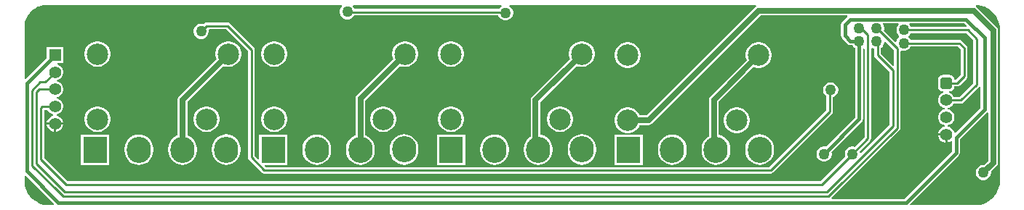
<source format=gbr>
G04*
G04 #@! TF.GenerationSoftware,Altium Limited,Altium Designer,23.0.1 (38)*
G04*
G04 Layer_Physical_Order=2*
G04 Layer_Color=16711680*
%FSLAX25Y25*%
%MOIN*%
G70*
G04*
G04 #@! TF.SameCoordinates,3E06254A-0F58-42D6-91FB-0DF0C2053515*
G04*
G04*
G04 #@! TF.FilePolarity,Positive*
G04*
G01*
G75*
%ADD10C,0.01000*%
%ADD40C,0.02500*%
%ADD41C,0.01500*%
%ADD42R,0.11000X0.12000*%
%ADD43O,0.11000X0.12000*%
%ADD44C,0.09843*%
%ADD45C,0.05512*%
G04:AMPARAMS|DCode=46|XSize=55.12mil|YSize=55.12mil|CornerRadius=13.78mil|HoleSize=0mil|Usage=FLASHONLY|Rotation=270.000|XOffset=0mil|YOffset=0mil|HoleType=Round|Shape=RoundedRectangle|*
%AMROUNDEDRECTD46*
21,1,0.05512,0.02756,0,0,270.0*
21,1,0.02756,0.05512,0,0,270.0*
1,1,0.02756,-0.01378,-0.01378*
1,1,0.02756,-0.01378,0.01378*
1,1,0.02756,0.01378,0.01378*
1,1,0.02756,0.01378,-0.01378*
%
%ADD46ROUNDEDRECTD46*%
%ADD47R,0.05512X0.05512*%
%ADD48C,0.05000*%
G36*
X551062Y507500D02*
X551196Y507000D01*
X550851Y506801D01*
X550199Y506149D01*
X549986Y505779D01*
X483781D01*
X483762Y505851D01*
X483301Y506649D01*
X482950Y507000D01*
X483157Y507500D01*
X551062D01*
D02*
G37*
G36*
X764410Y498066D02*
X764219Y497604D01*
X738822D01*
X738464Y498224D01*
X737972Y498716D01*
X738179Y499216D01*
X763261D01*
X764410Y498066D01*
D02*
G37*
G36*
X733354Y498716D02*
X732862Y498224D01*
X732402Y497426D01*
X732163Y496536D01*
Y495614D01*
X732402Y494724D01*
X732862Y493926D01*
X733449Y493339D01*
X733486Y492816D01*
X733433Y492744D01*
X732801Y492112D01*
X732340Y491314D01*
X732155Y490623D01*
X731634Y490437D01*
X726348Y495723D01*
X726500Y496289D01*
Y497211D01*
X726262Y498101D01*
X725907Y498716D01*
X726147Y499216D01*
X733147D01*
X733354Y498716D01*
D02*
G37*
G36*
X761737Y487100D02*
Y475400D01*
X759489Y473151D01*
X758772D01*
X758618Y473928D01*
X758092Y474714D01*
X757306Y475240D01*
X756378Y475424D01*
X753622D01*
X752694Y475240D01*
X751908Y474714D01*
X751382Y473928D01*
X751197Y473000D01*
Y470244D01*
X751382Y469316D01*
X751908Y468530D01*
X752694Y468004D01*
X753622Y467820D01*
X753752D01*
X753818Y467320D01*
X753550Y467248D01*
X752694Y466753D01*
X751995Y466054D01*
X751500Y465198D01*
X751244Y464243D01*
Y463254D01*
X751500Y462298D01*
X751995Y461442D01*
X752694Y460743D01*
X753550Y460248D01*
X754215Y460070D01*
Y459552D01*
X753550Y459374D01*
X752694Y458880D01*
X751995Y458180D01*
X751500Y457324D01*
X751244Y456368D01*
Y455380D01*
X751500Y454424D01*
X751995Y453568D01*
X752694Y452869D01*
X753550Y452374D01*
X754215Y452196D01*
Y451678D01*
X753550Y451500D01*
X752694Y451006D01*
X751995Y450306D01*
X751500Y449450D01*
X751246Y448500D01*
X755000D01*
Y448000D01*
X755500D01*
Y444246D01*
X756450Y444500D01*
X757222Y444946D01*
X757722Y444777D01*
Y440245D01*
X735761Y418284D01*
X702639D01*
X702432Y418784D01*
X705067Y421419D01*
X733581Y449933D01*
X733913Y450429D01*
X734029Y451015D01*
Y486290D01*
X734529Y486627D01*
X735141Y486463D01*
X736063D01*
X736953Y486702D01*
X737751Y487163D01*
X738403Y487814D01*
X738760Y488434D01*
X760403D01*
X761737Y487100D01*
D02*
G37*
G36*
X730971Y486775D02*
Y479846D01*
X730509Y479654D01*
X725039Y485123D01*
Y487863D01*
X725190Y487949D01*
X725841Y488601D01*
X726302Y489399D01*
X726541Y490289D01*
Y490552D01*
X727002Y490743D01*
X730971Y486775D01*
D02*
G37*
G36*
X767471Y491366D02*
Y471633D01*
X761115Y465277D01*
X758454D01*
X758006Y466054D01*
X757306Y466753D01*
X756450Y467248D01*
X756182Y467320D01*
X756248Y467820D01*
X756378D01*
X757306Y468004D01*
X758092Y468530D01*
X758618Y469316D01*
X758772Y470093D01*
X760122D01*
X760707Y470209D01*
X761203Y470541D01*
X764348Y473685D01*
X764679Y474181D01*
X764796Y474767D01*
Y487733D01*
X764679Y488319D01*
X764348Y488815D01*
X762118Y491045D01*
X761622Y491376D01*
X761037Y491493D01*
X738760D01*
X738403Y492112D01*
X737816Y492699D01*
X737779Y493222D01*
X737832Y493294D01*
X738464Y493926D01*
X738822Y494546D01*
X764292D01*
X767471Y491366D01*
D02*
G37*
G36*
X477843Y507500D02*
X478050Y507000D01*
X477699Y506649D01*
X477239Y505851D01*
X477000Y504961D01*
Y504039D01*
X477239Y503149D01*
X477699Y502351D01*
X478351Y501699D01*
X479149Y501238D01*
X480039Y501000D01*
X480961D01*
X481851Y501238D01*
X482649Y501699D01*
X483301Y502351D01*
X483514Y502721D01*
X549719D01*
X549739Y502649D01*
X550199Y501851D01*
X550851Y501199D01*
X551649Y500738D01*
X552539Y500500D01*
X553461D01*
X554351Y500738D01*
X555149Y501199D01*
X555801Y501851D01*
X556261Y502649D01*
X556500Y503539D01*
Y504461D01*
X556261Y505351D01*
X555801Y506149D01*
X555149Y506801D01*
X554804Y507000D01*
X554938Y507500D01*
X667792Y507500D01*
X667943Y507000D01*
X667378Y506622D01*
X617550Y456794D01*
X614459D01*
X614247Y457305D01*
X613599Y458275D01*
X612775Y459099D01*
X611805Y459747D01*
X610727Y460194D01*
X609583Y460421D01*
X608417D01*
X607273Y460194D01*
X606195Y459747D01*
X605225Y459099D01*
X604401Y458275D01*
X603753Y457305D01*
X603306Y456227D01*
X603079Y455083D01*
Y453917D01*
X603306Y452773D01*
X603753Y451695D01*
X604401Y450725D01*
X605225Y449901D01*
X606195Y449253D01*
X607273Y448806D01*
X608417Y448579D01*
X609583D01*
X610727Y448806D01*
X611805Y449253D01*
X612775Y449901D01*
X613599Y450725D01*
X614247Y451695D01*
X614459Y452206D01*
X618500D01*
X619378Y452381D01*
X620122Y452878D01*
X669950Y502706D01*
X709503D01*
X709646Y502435D01*
X709683Y502206D01*
X707238Y499762D01*
X706851Y499183D01*
X706716Y498500D01*
Y493500D01*
X706851Y492817D01*
X707238Y492238D01*
X709738Y489739D01*
X709738Y489738D01*
X710317Y489352D01*
X711000Y489216D01*
X711883D01*
X712238Y488601D01*
X712890Y487949D01*
X713255Y487739D01*
Y455778D01*
X699868Y442391D01*
X699461Y442500D01*
X698539D01*
X697649Y442262D01*
X696851Y441801D01*
X696199Y441149D01*
X695739Y440351D01*
X695500Y439461D01*
Y438539D01*
X695739Y437649D01*
X696199Y436851D01*
X696851Y436199D01*
X697649Y435739D01*
X698539Y435500D01*
X699461D01*
X700351Y435739D01*
X701149Y436199D01*
X701801Y436851D01*
X702261Y437649D01*
X702500Y438539D01*
Y439461D01*
X702391Y439868D01*
X716300Y453777D01*
X716687Y454356D01*
X716823Y455039D01*
X716823Y455039D01*
Y487381D01*
X717009Y487499D01*
X717510Y487224D01*
Y446672D01*
X713152Y442315D01*
X712461Y442500D01*
X711539D01*
X710649Y442262D01*
X709851Y441801D01*
X709199Y441149D01*
X708739Y440351D01*
X708500Y439461D01*
Y438539D01*
X708685Y437848D01*
X697367Y426529D01*
X352133D01*
X341529Y437134D01*
Y459349D01*
X343046D01*
X343495Y458572D01*
X344194Y457872D01*
X345050Y457378D01*
X345715Y457200D01*
Y456682D01*
X345050Y456504D01*
X344194Y456009D01*
X343495Y455310D01*
X343000Y454454D01*
X342746Y453504D01*
X346500D01*
X350254D01*
X350000Y454454D01*
X349505Y455310D01*
X348806Y456009D01*
X347950Y456504D01*
X347285Y456682D01*
Y457200D01*
X347950Y457378D01*
X348806Y457872D01*
X349505Y458572D01*
X350000Y459428D01*
X350256Y460384D01*
Y461373D01*
X350000Y462328D01*
X349505Y463184D01*
X348806Y463883D01*
X347950Y464378D01*
X347285Y464556D01*
Y465074D01*
X347950Y465252D01*
X348806Y465746D01*
X349505Y466446D01*
X350000Y467302D01*
X350256Y468258D01*
Y469246D01*
X350000Y470202D01*
X349505Y471058D01*
X348806Y471758D01*
X347950Y472252D01*
X347285Y472430D01*
Y472948D01*
X347950Y473126D01*
X348806Y473621D01*
X349505Y474320D01*
X350000Y475176D01*
X350256Y476131D01*
Y477120D01*
X350000Y478076D01*
X349505Y478932D01*
X348806Y479632D01*
X347950Y480126D01*
X347509Y480244D01*
X347575Y480744D01*
X350256D01*
Y488256D01*
X342744D01*
Y483267D01*
X332962Y473485D01*
X332500Y473677D01*
Y499000D01*
X332668Y499777D01*
X333223Y501268D01*
X333985Y502664D01*
X334938Y503938D01*
X336062Y505062D01*
X337336Y506015D01*
X338732Y506777D01*
X340223Y507332D01*
X341000Y507500D01*
X341000Y507500D01*
X477843Y507500D01*
D02*
G37*
G36*
X770716Y469968D02*
Y460220D01*
X759214Y448718D01*
X758656Y448868D01*
X758500Y449450D01*
X758006Y450306D01*
X757306Y451006D01*
X756450Y451500D01*
X755785Y451678D01*
Y452196D01*
X756450Y452374D01*
X757306Y452869D01*
X758006Y453568D01*
X758500Y454424D01*
X758756Y455380D01*
Y456368D01*
X758500Y457324D01*
X758006Y458180D01*
X757306Y458880D01*
X756450Y459374D01*
X755785Y459552D01*
Y460070D01*
X756450Y460248D01*
X757306Y460743D01*
X758006Y461442D01*
X758454Y462219D01*
X761748D01*
X762333Y462335D01*
X762829Y462667D01*
X770081Y469918D01*
X770216Y470119D01*
X770716Y469968D01*
D02*
G37*
G36*
X721690Y487489D02*
X721981Y487411D01*
Y484490D01*
X722097Y483905D01*
X722429Y483408D01*
X728971Y476866D01*
Y452477D01*
X715968Y439474D01*
X715447Y439660D01*
X715315Y440152D01*
X720120Y444957D01*
X720452Y445454D01*
X720568Y446039D01*
Y487612D01*
X721068Y487847D01*
X721690Y487489D01*
D02*
G37*
G36*
X770000Y507500D02*
X770883Y507346D01*
X772582Y506773D01*
X774173Y505947D01*
X775620Y504888D01*
X776888Y503620D01*
X777947Y502173D01*
X778773Y500582D01*
X779346Y498883D01*
X779500Y498000D01*
X779500D01*
X779500Y498000D01*
X779500Y425000D01*
X779346Y424117D01*
X778773Y422418D01*
X777947Y420827D01*
X776888Y419380D01*
X775620Y418112D01*
X774173Y417053D01*
X772582Y416227D01*
X770883Y415654D01*
X770000Y415500D01*
X770000Y415500D01*
X770000Y415500D01*
X738677D01*
X738485Y415962D01*
X760768Y438244D01*
X761154Y438823D01*
X761290Y439506D01*
X761290Y439506D01*
Y445748D01*
X773706Y458164D01*
X773935Y458128D01*
X774206Y457984D01*
Y435950D01*
X772256Y434000D01*
X771539D01*
X770649Y433762D01*
X769851Y433301D01*
X769199Y432649D01*
X768739Y431851D01*
X768500Y430961D01*
Y430039D01*
X768739Y429149D01*
X769199Y428351D01*
X769851Y427699D01*
X770649Y427239D01*
X771539Y427000D01*
X772461D01*
X773351Y427239D01*
X774149Y427699D01*
X774801Y428351D01*
X775261Y429149D01*
X775500Y430039D01*
Y430756D01*
X778122Y433378D01*
X778619Y434122D01*
X778794Y435000D01*
Y496000D01*
X778619Y496878D01*
X778122Y497622D01*
X769122Y506622D01*
X768557Y507000D01*
X768708Y507500D01*
X770000D01*
D02*
G37*
G36*
X346100Y415962D02*
X345909Y415500D01*
X342000D01*
X341117Y415654D01*
X339418Y416227D01*
X337827Y417053D01*
X336380Y418112D01*
X335112Y419380D01*
X334053Y420827D01*
X333227Y422418D01*
X332654Y424117D01*
X332500Y425000D01*
Y428909D01*
X332962Y429101D01*
X346100Y415962D01*
D02*
G37*
%LPC*%
G36*
X754500Y447500D02*
X751246D01*
X751500Y446550D01*
X751995Y445694D01*
X752694Y444994D01*
X753550Y444500D01*
X754500Y444246D01*
Y447500D01*
D02*
G37*
G36*
X425500Y499529D02*
X416000D01*
X415415Y499413D01*
X414919Y499081D01*
X414652Y498815D01*
X413961Y499000D01*
X413039D01*
X412149Y498762D01*
X411351Y498301D01*
X410699Y497649D01*
X410239Y496851D01*
X410000Y495961D01*
Y495039D01*
X410239Y494149D01*
X410699Y493351D01*
X411351Y492699D01*
X412149Y492239D01*
X413039Y492000D01*
X413961D01*
X414851Y492239D01*
X415649Y492699D01*
X416301Y493351D01*
X416761Y494149D01*
X417000Y495039D01*
Y495961D01*
X416970Y496074D01*
X417274Y496471D01*
X424866D01*
X434971Y486367D01*
Y437366D01*
X435087Y436781D01*
X435419Y436285D01*
X441285Y430419D01*
X441781Y430087D01*
X442366Y429971D01*
X674500D01*
X675085Y430087D01*
X675581Y430419D01*
X702581Y457418D01*
X702913Y457915D01*
X703029Y458500D01*
Y465152D01*
X703351Y465239D01*
X704149Y465699D01*
X704801Y466351D01*
X705262Y467149D01*
X705500Y468039D01*
Y468961D01*
X705262Y469851D01*
X704801Y470649D01*
X704149Y471301D01*
X703351Y471762D01*
X702461Y472000D01*
X701539D01*
X700649Y471762D01*
X699851Y471301D01*
X699199Y470649D01*
X698738Y469851D01*
X698500Y468961D01*
Y468039D01*
X698738Y467149D01*
X699199Y466351D01*
X699851Y465699D01*
X699971Y465630D01*
Y459133D01*
X673867Y433029D01*
X443000D01*
X442497Y433532D01*
X442689Y433994D01*
X452994D01*
Y447994D01*
X439994D01*
Y436689D01*
X439532Y436497D01*
X438029Y438000D01*
Y487000D01*
X437913Y487585D01*
X437581Y488082D01*
X426581Y499081D01*
X426085Y499413D01*
X425500Y499529D01*
D02*
G37*
G36*
X588583Y490921D02*
X587417D01*
X586273Y490694D01*
X585195Y490247D01*
X584225Y489599D01*
X583401Y488775D01*
X582753Y487805D01*
X582306Y486727D01*
X582079Y485583D01*
Y484417D01*
X582306Y483273D01*
X582518Y482762D01*
X565177Y465422D01*
X564680Y464677D01*
X564505Y463799D01*
Y447002D01*
X564371Y446931D01*
X563382Y446118D01*
X562569Y445129D01*
X561966Y443999D01*
X561594Y442774D01*
X561469Y441500D01*
Y440500D01*
X561594Y439226D01*
X561966Y438000D01*
X562569Y436871D01*
X563382Y435882D01*
X564371Y435069D01*
X565500Y434466D01*
X566726Y434094D01*
X568000Y433968D01*
X569274Y434094D01*
X570500Y434466D01*
X571629Y435069D01*
X572618Y435882D01*
X573431Y436871D01*
X574034Y438000D01*
X574406Y439226D01*
X574532Y440500D01*
Y441500D01*
X574406Y442774D01*
X574034Y443999D01*
X573431Y445129D01*
X572618Y446118D01*
X571629Y446931D01*
X570500Y447534D01*
X569274Y447906D01*
X569094Y447924D01*
Y462849D01*
X585762Y479518D01*
X586273Y479306D01*
X587417Y479079D01*
X588583D01*
X589727Y479306D01*
X590805Y479753D01*
X591775Y480401D01*
X592599Y481225D01*
X593247Y482195D01*
X593694Y483273D01*
X593921Y484417D01*
Y485583D01*
X593694Y486727D01*
X593247Y487805D01*
X592599Y488775D01*
X591775Y489599D01*
X590805Y490247D01*
X589727Y490694D01*
X588583Y490921D01*
D02*
G37*
G36*
X528583D02*
X527417D01*
X526273Y490694D01*
X525195Y490247D01*
X524225Y489599D01*
X523401Y488775D01*
X522753Y487805D01*
X522306Y486727D01*
X522079Y485583D01*
Y484417D01*
X522306Y483273D01*
X522753Y482195D01*
X523401Y481225D01*
X524225Y480401D01*
X525195Y479753D01*
X526273Y479306D01*
X527417Y479079D01*
X528583D01*
X529727Y479306D01*
X530805Y479753D01*
X531775Y480401D01*
X532599Y481225D01*
X533247Y482195D01*
X533694Y483273D01*
X533921Y484417D01*
Y485583D01*
X533694Y486727D01*
X533247Y487805D01*
X532599Y488775D01*
X531775Y489599D01*
X530805Y490247D01*
X529727Y490694D01*
X528583Y490921D01*
D02*
G37*
G36*
X507583D02*
X506417D01*
X505273Y490694D01*
X504195Y490247D01*
X503225Y489599D01*
X502401Y488775D01*
X501753Y487805D01*
X501306Y486727D01*
X501079Y485583D01*
Y484417D01*
X501306Y483273D01*
X501518Y482762D01*
X484878Y466122D01*
X484381Y465378D01*
X484206Y464500D01*
Y447597D01*
X484000Y447534D01*
X482871Y446931D01*
X481882Y446118D01*
X481069Y445129D01*
X480466Y443999D01*
X480094Y442774D01*
X479969Y441500D01*
Y440500D01*
X480094Y439226D01*
X480466Y438000D01*
X481069Y436871D01*
X481882Y435882D01*
X482871Y435069D01*
X484000Y434466D01*
X485226Y434094D01*
X486500Y433968D01*
X487774Y434094D01*
X489000Y434466D01*
X490129Y435069D01*
X491118Y435882D01*
X491931Y436871D01*
X492534Y438000D01*
X492906Y439226D01*
X493032Y440500D01*
Y441500D01*
X492906Y442774D01*
X492534Y443999D01*
X491931Y445129D01*
X491118Y446118D01*
X490129Y446931D01*
X489000Y447534D01*
X488794Y447597D01*
Y463550D01*
X504762Y479518D01*
X505273Y479306D01*
X506417Y479079D01*
X507583D01*
X508727Y479306D01*
X509805Y479753D01*
X510775Y480401D01*
X511599Y481225D01*
X512247Y482195D01*
X512694Y483273D01*
X512921Y484417D01*
Y485583D01*
X512694Y486727D01*
X512247Y487805D01*
X511599Y488775D01*
X510775Y489599D01*
X509805Y490247D01*
X508727Y490694D01*
X507583Y490921D01*
D02*
G37*
G36*
X447583D02*
X446417D01*
X445273Y490694D01*
X444195Y490247D01*
X443225Y489599D01*
X442401Y488775D01*
X441753Y487805D01*
X441306Y486727D01*
X441079Y485583D01*
Y484417D01*
X441306Y483273D01*
X441753Y482195D01*
X442401Y481225D01*
X443225Y480401D01*
X444195Y479753D01*
X445273Y479306D01*
X446417Y479079D01*
X447583D01*
X448727Y479306D01*
X449805Y479753D01*
X450775Y480401D01*
X451599Y481225D01*
X452247Y482195D01*
X452694Y483273D01*
X452921Y484417D01*
Y485583D01*
X452694Y486727D01*
X452247Y487805D01*
X451599Y488775D01*
X450775Y489599D01*
X449805Y490247D01*
X448727Y490694D01*
X447583Y490921D01*
D02*
G37*
G36*
X426583D02*
X425417D01*
X424273Y490694D01*
X423195Y490247D01*
X422225Y489599D01*
X421401Y488775D01*
X420753Y487805D01*
X420306Y486727D01*
X420079Y485583D01*
Y484417D01*
X420306Y483273D01*
X420518Y482762D01*
X403345Y465589D01*
X402847Y464845D01*
X402673Y463967D01*
Y447564D01*
X402467Y447501D01*
X401338Y446898D01*
X400349Y446085D01*
X399536Y445096D01*
X398933Y443966D01*
X398561Y442741D01*
X398435Y441467D01*
Y440467D01*
X398561Y439193D01*
X398933Y437967D01*
X399536Y436838D01*
X400349Y435849D01*
X401338Y435036D01*
X402467Y434433D01*
X403693Y434061D01*
X404967Y433935D01*
X406241Y434061D01*
X407466Y434433D01*
X408596Y435036D01*
X409585Y435849D01*
X410398Y436838D01*
X411001Y437967D01*
X411373Y439193D01*
X411498Y440467D01*
Y441467D01*
X411373Y442741D01*
X411001Y443966D01*
X410398Y445096D01*
X409585Y446085D01*
X408596Y446898D01*
X407466Y447501D01*
X407261Y447564D01*
Y463017D01*
X423762Y479518D01*
X424273Y479306D01*
X425417Y479079D01*
X426583D01*
X427727Y479306D01*
X428805Y479753D01*
X429775Y480401D01*
X430599Y481225D01*
X431247Y482195D01*
X431694Y483273D01*
X431921Y484417D01*
Y485583D01*
X431694Y486727D01*
X431247Y487805D01*
X430599Y488775D01*
X429775Y489599D01*
X428805Y490247D01*
X427727Y490694D01*
X426583Y490921D01*
D02*
G37*
G36*
X366583D02*
X365417D01*
X364273Y490694D01*
X363195Y490247D01*
X362225Y489599D01*
X361401Y488775D01*
X360753Y487805D01*
X360306Y486727D01*
X360079Y485583D01*
Y484417D01*
X360306Y483273D01*
X360753Y482195D01*
X361401Y481225D01*
X362225Y480401D01*
X363195Y479753D01*
X364273Y479306D01*
X365417Y479079D01*
X366583D01*
X367727Y479306D01*
X368805Y479753D01*
X369775Y480401D01*
X370599Y481225D01*
X371247Y482195D01*
X371694Y483273D01*
X371921Y484417D01*
Y485583D01*
X371694Y486727D01*
X371247Y487805D01*
X370599Y488775D01*
X369775Y489599D01*
X368805Y490247D01*
X367727Y490694D01*
X366583Y490921D01*
D02*
G37*
G36*
X669583Y490421D02*
X668417D01*
X667273Y490194D01*
X666195Y489747D01*
X665225Y489099D01*
X664401Y488275D01*
X663753Y487305D01*
X663306Y486227D01*
X663079Y485083D01*
Y483917D01*
X663306Y482773D01*
X663518Y482262D01*
X646878Y465622D01*
X646381Y464878D01*
X646206Y464000D01*
Y447103D01*
X645858Y446917D01*
X644868Y446105D01*
X644056Y445115D01*
X643452Y443986D01*
X643081Y442761D01*
X642955Y441487D01*
Y440486D01*
X643081Y439212D01*
X643452Y437987D01*
X644056Y436858D01*
X644868Y435868D01*
X645858Y435056D01*
X646987Y434452D01*
X648212Y434081D01*
X649486Y433955D01*
X650761Y434081D01*
X651986Y434452D01*
X653115Y435056D01*
X654105Y435868D01*
X654917Y436858D01*
X655521Y437987D01*
X655893Y439212D01*
X656018Y440486D01*
Y441487D01*
X655893Y442761D01*
X655521Y443986D01*
X654917Y445115D01*
X654105Y446105D01*
X653115Y446917D01*
X651986Y447521D01*
X650794Y447882D01*
Y463050D01*
X666762Y479018D01*
X667273Y478806D01*
X668417Y478579D01*
X669583D01*
X670727Y478806D01*
X671805Y479253D01*
X672775Y479901D01*
X673599Y480725D01*
X674247Y481695D01*
X674694Y482773D01*
X674921Y483917D01*
Y485083D01*
X674694Y486227D01*
X674247Y487305D01*
X673599Y488275D01*
X672775Y489099D01*
X671805Y489747D01*
X670727Y490194D01*
X669583Y490421D01*
D02*
G37*
G36*
X609583D02*
X608417D01*
X607273Y490194D01*
X606195Y489747D01*
X605225Y489099D01*
X604401Y488275D01*
X603753Y487305D01*
X603306Y486227D01*
X603079Y485083D01*
Y483917D01*
X603306Y482773D01*
X603753Y481695D01*
X604401Y480725D01*
X605225Y479901D01*
X606195Y479253D01*
X607273Y478806D01*
X608417Y478579D01*
X609583D01*
X610727Y478806D01*
X611805Y479253D01*
X612775Y479901D01*
X613599Y480725D01*
X614247Y481695D01*
X614694Y482773D01*
X614921Y483917D01*
Y485083D01*
X614694Y486227D01*
X614247Y487305D01*
X613599Y488275D01*
X612775Y489099D01*
X611805Y489747D01*
X610727Y490194D01*
X609583Y490421D01*
D02*
G37*
G36*
X350254Y452504D02*
X347000D01*
Y449250D01*
X347950Y449504D01*
X348806Y449999D01*
X349505Y450698D01*
X350000Y451554D01*
X350254Y452504D01*
D02*
G37*
G36*
X346000D02*
X342746D01*
X343000Y451554D01*
X343495Y450698D01*
X344194Y449999D01*
X345050Y449504D01*
X346000Y449250D01*
Y452504D01*
D02*
G37*
G36*
X578583Y460921D02*
X577417D01*
X576273Y460694D01*
X575195Y460247D01*
X574225Y459599D01*
X573401Y458775D01*
X572753Y457805D01*
X572306Y456727D01*
X572079Y455583D01*
Y454417D01*
X572306Y453273D01*
X572753Y452195D01*
X573401Y451225D01*
X574225Y450401D01*
X575195Y449753D01*
X576273Y449306D01*
X577417Y449079D01*
X578583D01*
X579727Y449306D01*
X580805Y449753D01*
X581775Y450401D01*
X582599Y451225D01*
X583247Y452195D01*
X583694Y453273D01*
X583921Y454417D01*
Y455583D01*
X583694Y456727D01*
X583247Y457805D01*
X582599Y458775D01*
X581775Y459599D01*
X580805Y460247D01*
X579727Y460694D01*
X578583Y460921D01*
D02*
G37*
G36*
X528583D02*
X527417D01*
X526273Y460694D01*
X525195Y460247D01*
X524225Y459599D01*
X523401Y458775D01*
X522753Y457805D01*
X522306Y456727D01*
X522079Y455583D01*
Y454417D01*
X522306Y453273D01*
X522753Y452195D01*
X523401Y451225D01*
X524225Y450401D01*
X525195Y449753D01*
X526273Y449306D01*
X527417Y449079D01*
X528583D01*
X529727Y449306D01*
X530805Y449753D01*
X531775Y450401D01*
X532599Y451225D01*
X533247Y452195D01*
X533694Y453273D01*
X533921Y454417D01*
Y455583D01*
X533694Y456727D01*
X533247Y457805D01*
X532599Y458775D01*
X531775Y459599D01*
X530805Y460247D01*
X529727Y460694D01*
X528583Y460921D01*
D02*
G37*
G36*
X497583D02*
X496417D01*
X495273Y460694D01*
X494195Y460247D01*
X493225Y459599D01*
X492401Y458775D01*
X491753Y457805D01*
X491306Y456727D01*
X491079Y455583D01*
Y454417D01*
X491306Y453273D01*
X491753Y452195D01*
X492401Y451225D01*
X493225Y450401D01*
X494195Y449753D01*
X495273Y449306D01*
X496417Y449079D01*
X497583D01*
X498727Y449306D01*
X499805Y449753D01*
X500775Y450401D01*
X501599Y451225D01*
X502247Y452195D01*
X502694Y453273D01*
X502921Y454417D01*
Y455583D01*
X502694Y456727D01*
X502247Y457805D01*
X501599Y458775D01*
X500775Y459599D01*
X499805Y460247D01*
X498727Y460694D01*
X497583Y460921D01*
D02*
G37*
G36*
X447583D02*
X446417D01*
X445273Y460694D01*
X444195Y460247D01*
X443225Y459599D01*
X442401Y458775D01*
X441753Y457805D01*
X441306Y456727D01*
X441079Y455583D01*
Y454417D01*
X441306Y453273D01*
X441753Y452195D01*
X442401Y451225D01*
X443225Y450401D01*
X444195Y449753D01*
X445273Y449306D01*
X446417Y449079D01*
X447583D01*
X448727Y449306D01*
X449805Y449753D01*
X450775Y450401D01*
X451599Y451225D01*
X452247Y452195D01*
X452694Y453273D01*
X452921Y454417D01*
Y455583D01*
X452694Y456727D01*
X452247Y457805D01*
X451599Y458775D01*
X450775Y459599D01*
X449805Y460247D01*
X448727Y460694D01*
X447583Y460921D01*
D02*
G37*
G36*
X416583D02*
X415417D01*
X414273Y460694D01*
X413195Y460247D01*
X412225Y459599D01*
X411401Y458775D01*
X410753Y457805D01*
X410306Y456727D01*
X410079Y455583D01*
Y454417D01*
X410306Y453273D01*
X410753Y452195D01*
X411401Y451225D01*
X412225Y450401D01*
X413195Y449753D01*
X414273Y449306D01*
X415417Y449079D01*
X416583D01*
X417727Y449306D01*
X418805Y449753D01*
X419775Y450401D01*
X420599Y451225D01*
X421247Y452195D01*
X421694Y453273D01*
X421921Y454417D01*
Y455583D01*
X421694Y456727D01*
X421247Y457805D01*
X420599Y458775D01*
X419775Y459599D01*
X418805Y460247D01*
X417727Y460694D01*
X416583Y460921D01*
D02*
G37*
G36*
X366583D02*
X365417D01*
X364273Y460694D01*
X363195Y460247D01*
X362225Y459599D01*
X361401Y458775D01*
X360753Y457805D01*
X360306Y456727D01*
X360079Y455583D01*
Y454417D01*
X360306Y453273D01*
X360753Y452195D01*
X361401Y451225D01*
X362225Y450401D01*
X363195Y449753D01*
X364273Y449306D01*
X365417Y449079D01*
X366583D01*
X367727Y449306D01*
X368805Y449753D01*
X369775Y450401D01*
X370599Y451225D01*
X371247Y452195D01*
X371694Y453273D01*
X371921Y454417D01*
Y455583D01*
X371694Y456727D01*
X371247Y457805D01*
X370599Y458775D01*
X369775Y459599D01*
X368805Y460247D01*
X367727Y460694D01*
X366583Y460921D01*
D02*
G37*
G36*
X659583Y460421D02*
X658417D01*
X657273Y460194D01*
X656195Y459747D01*
X655225Y459099D01*
X654401Y458275D01*
X653753Y457305D01*
X653306Y456227D01*
X653079Y455083D01*
Y453917D01*
X653306Y452773D01*
X653753Y451695D01*
X654401Y450725D01*
X655225Y449901D01*
X656195Y449253D01*
X657273Y448806D01*
X658417Y448579D01*
X659583D01*
X660727Y448806D01*
X661805Y449253D01*
X662775Y449901D01*
X663599Y450725D01*
X664247Y451695D01*
X664694Y452773D01*
X664921Y453917D01*
Y455083D01*
X664694Y456227D01*
X664247Y457305D01*
X663599Y458275D01*
X662775Y459099D01*
X661805Y459747D01*
X660727Y460194D01*
X659583Y460421D01*
D02*
G37*
G36*
X588033Y448065D02*
X586759Y447939D01*
X585534Y447567D01*
X584404Y446964D01*
X583415Y446151D01*
X582602Y445162D01*
X581999Y444033D01*
X581627Y442807D01*
X581502Y441533D01*
Y440533D01*
X581627Y439259D01*
X581999Y438034D01*
X582602Y436904D01*
X583415Y435915D01*
X584404Y435102D01*
X585534Y434499D01*
X586759Y434127D01*
X588033Y434002D01*
X589307Y434127D01*
X590533Y434499D01*
X591662Y435102D01*
X592652Y435915D01*
X593464Y436904D01*
X594067Y438034D01*
X594439Y439259D01*
X594564Y440533D01*
Y441533D01*
X594439Y442807D01*
X594067Y444033D01*
X593464Y445162D01*
X592652Y446151D01*
X591662Y446964D01*
X590533Y447567D01*
X589307Y447939D01*
X588033Y448065D01*
D02*
G37*
G36*
X506533D02*
X505259Y447939D01*
X504034Y447567D01*
X502904Y446964D01*
X501915Y446151D01*
X501102Y445162D01*
X500499Y444033D01*
X500127Y442807D01*
X500002Y441533D01*
Y440533D01*
X500127Y439259D01*
X500499Y438034D01*
X501102Y436904D01*
X501915Y435915D01*
X502904Y435102D01*
X504034Y434499D01*
X505259Y434127D01*
X506533Y434002D01*
X507807Y434127D01*
X509033Y434499D01*
X510162Y435102D01*
X511152Y435915D01*
X511964Y436904D01*
X512567Y438034D01*
X512939Y439259D01*
X513064Y440533D01*
Y441533D01*
X512939Y442807D01*
X512567Y444033D01*
X511964Y445162D01*
X511152Y446151D01*
X510162Y446964D01*
X509033Y447567D01*
X507807Y447939D01*
X506533Y448065D01*
D02*
G37*
G36*
X534494Y447994D02*
X521494D01*
Y433994D01*
X534494D01*
Y447994D01*
D02*
G37*
G36*
X669520Y448051D02*
X668245Y447926D01*
X667020Y447554D01*
X665891Y446950D01*
X664901Y446138D01*
X664089Y445148D01*
X663485Y444019D01*
X663114Y442794D01*
X662988Y441520D01*
Y440520D01*
X663114Y439245D01*
X663485Y438020D01*
X664089Y436891D01*
X664901Y435901D01*
X665891Y435089D01*
X667020Y434485D01*
X668245Y434114D01*
X669520Y433988D01*
X670794Y434114D01*
X672019Y434485D01*
X673148Y435089D01*
X674138Y435901D01*
X674950Y436891D01*
X675554Y438020D01*
X675926Y439245D01*
X676051Y440520D01*
Y441520D01*
X675926Y442794D01*
X675554Y444019D01*
X674950Y445148D01*
X674138Y446138D01*
X673148Y446950D01*
X672019Y447554D01*
X670794Y447926D01*
X669520Y448051D01*
D02*
G37*
G36*
X615980Y447980D02*
X602980D01*
Y433980D01*
X615980D01*
Y447980D01*
D02*
G37*
G36*
X425000Y448032D02*
X423726Y447906D01*
X422501Y447534D01*
X421371Y446931D01*
X420382Y446118D01*
X419569Y445129D01*
X418966Y443999D01*
X418594Y442774D01*
X418469Y441500D01*
Y440500D01*
X418594Y439226D01*
X418966Y438000D01*
X419569Y436871D01*
X420382Y435882D01*
X421371Y435069D01*
X422501Y434466D01*
X423726Y434094D01*
X425000Y433968D01*
X426274Y434094D01*
X427499Y434466D01*
X428629Y435069D01*
X429618Y435882D01*
X430431Y436871D01*
X431034Y438000D01*
X431406Y439226D01*
X431531Y440500D01*
Y441500D01*
X431406Y442774D01*
X431034Y443999D01*
X430431Y445129D01*
X429618Y446118D01*
X428629Y446931D01*
X427499Y447534D01*
X426274Y447906D01*
X425000Y448032D01*
D02*
G37*
G36*
X547994Y448025D02*
X546720Y447900D01*
X545494Y447528D01*
X544365Y446924D01*
X543375Y446112D01*
X542563Y445122D01*
X541959Y443993D01*
X541588Y442768D01*
X541462Y441494D01*
Y440494D01*
X541588Y439220D01*
X541959Y437994D01*
X542563Y436865D01*
X543375Y435875D01*
X544365Y435063D01*
X545494Y434459D01*
X546720Y434088D01*
X547994Y433962D01*
X549268Y434088D01*
X550493Y434459D01*
X551622Y435063D01*
X552612Y435875D01*
X553425Y436865D01*
X554028Y437994D01*
X554400Y439220D01*
X554525Y440494D01*
Y441494D01*
X554400Y442768D01*
X554028Y443993D01*
X553425Y445122D01*
X552612Y446112D01*
X551622Y446924D01*
X550493Y447528D01*
X549268Y447900D01*
X547994Y448025D01*
D02*
G37*
G36*
X466494D02*
X465220Y447900D01*
X463994Y447528D01*
X462865Y446924D01*
X461875Y446112D01*
X461063Y445122D01*
X460460Y443993D01*
X460088Y442768D01*
X459962Y441494D01*
Y440494D01*
X460088Y439220D01*
X460460Y437994D01*
X461063Y436865D01*
X461875Y435875D01*
X462865Y435063D01*
X463994Y434459D01*
X465220Y434088D01*
X466494Y433962D01*
X467768Y434088D01*
X468993Y434459D01*
X470122Y435063D01*
X471112Y435875D01*
X471924Y436865D01*
X472528Y437994D01*
X472900Y439220D01*
X473025Y440494D01*
Y441494D01*
X472900Y442768D01*
X472528Y443993D01*
X471924Y445122D01*
X471112Y446112D01*
X470122Y446924D01*
X468993Y447528D01*
X467768Y447900D01*
X466494Y448025D01*
D02*
G37*
G36*
X371461Y447961D02*
X358461D01*
Y433961D01*
X371461D01*
Y447961D01*
D02*
G37*
G36*
X629480Y448012D02*
X628206Y447886D01*
X626981Y447515D01*
X625852Y446911D01*
X624862Y446099D01*
X624050Y445109D01*
X623446Y443980D01*
X623074Y442755D01*
X622949Y441480D01*
Y440480D01*
X623074Y439206D01*
X623446Y437981D01*
X624050Y436852D01*
X624862Y435862D01*
X625852Y435050D01*
X626981Y434446D01*
X628206Y434074D01*
X629480Y433949D01*
X630755Y434074D01*
X631980Y434446D01*
X633109Y435050D01*
X634099Y435862D01*
X634911Y436852D01*
X635515Y437981D01*
X635886Y439206D01*
X636012Y440480D01*
Y441480D01*
X635886Y442755D01*
X635515Y443980D01*
X634911Y445109D01*
X634099Y446099D01*
X633109Y446911D01*
X631980Y447515D01*
X630755Y447886D01*
X629480Y448012D01*
D02*
G37*
G36*
X384961Y447992D02*
X383686Y447867D01*
X382461Y447495D01*
X381332Y446891D01*
X380342Y446079D01*
X379530Y445089D01*
X378926Y443960D01*
X378555Y442735D01*
X378429Y441461D01*
Y440461D01*
X378555Y439186D01*
X378926Y437961D01*
X379530Y436832D01*
X380342Y435842D01*
X381332Y435030D01*
X382461Y434426D01*
X383686Y434055D01*
X384961Y433929D01*
X386235Y434055D01*
X387460Y434426D01*
X388589Y435030D01*
X389579Y435842D01*
X390391Y436832D01*
X390995Y437961D01*
X391367Y439186D01*
X391492Y440461D01*
Y441461D01*
X391367Y442735D01*
X390995Y443960D01*
X390391Y445089D01*
X389579Y446079D01*
X388589Y446891D01*
X387460Y447495D01*
X386235Y447867D01*
X384961Y447992D01*
D02*
G37*
%LPD*%
D10*
X413500Y495500D02*
X416000Y498000D01*
X425500D01*
X436500Y487000D01*
X701500Y468000D02*
X702000Y468500D01*
X701500Y458500D02*
Y468000D01*
X674500Y431500D02*
X701500Y458500D01*
X718059Y494859D02*
X719039Y493879D01*
X716082Y496750D02*
X717974Y494859D01*
X715000Y496750D02*
X716082D01*
X723510Y484490D02*
Y490280D01*
X723000Y496750D02*
X723158D01*
X717974Y494859D02*
X718059D01*
X723040Y490750D02*
X723510Y490280D01*
X723158Y496750D02*
X732500Y487408D01*
X436500Y437366D02*
X442366Y431500D01*
X436500Y437366D02*
Y487000D01*
X442366Y431500D02*
X674500D01*
X761748Y463748D02*
X769000Y471000D01*
Y492000D01*
X764925Y496075D02*
X769000Y492000D01*
X735663Y496075D02*
X764925D01*
X351500Y425000D02*
X698000D01*
X340000Y436500D02*
X351500Y425000D01*
X698000D02*
X712000Y439000D01*
X350172Y419500D02*
X700985D01*
X703985Y422500D01*
X700157Y421500D02*
X730500Y451843D01*
X347172Y422500D02*
X350172Y419500D01*
X351000Y421500D02*
X700157D01*
X338000Y434500D02*
X351000Y421500D01*
X703985Y422500D02*
X732500Y451015D01*
X336000Y433672D02*
X347172Y422500D01*
X480750Y504250D02*
X552750D01*
X480500Y504500D02*
X480750Y504250D01*
X552750D02*
X553000Y504000D01*
X760122Y471622D02*
X763267Y474767D01*
X755000Y463748D02*
X761748D01*
X763267Y474767D02*
Y487733D01*
X755000Y471622D02*
X760122D01*
X761037Y489963D02*
X763267Y487733D01*
X735602Y489963D02*
X761037D01*
X712000Y439000D02*
X719039Y446039D01*
X730500Y451843D02*
Y477500D01*
X719039Y446039D02*
Y493879D01*
X732500Y451015D02*
Y487408D01*
X723510Y484490D02*
X730500Y477500D01*
X340000Y436500D02*
Y460292D01*
X338000Y434500D02*
Y467500D01*
X339717Y472046D02*
X341920D01*
X336000Y468328D02*
X339717Y472046D01*
X336000Y433672D02*
Y468328D01*
X341920Y472046D02*
X346500Y476626D01*
X339252Y468752D02*
X346500D01*
X340000Y460292D02*
X340586Y460878D01*
X338000Y467500D02*
X339252Y468752D01*
X340586Y460878D02*
X346500D01*
D40*
X776500Y435000D02*
Y496000D01*
X669000Y505000D02*
X767500D01*
X776500Y496000D01*
X772000Y430500D02*
X776500Y435000D01*
X566799Y463799D02*
X588000Y485000D01*
X566799Y442201D02*
X568000Y441000D01*
X566799Y442201D02*
Y463799D01*
X648500Y441973D02*
Y464000D01*
Y441973D02*
X649486Y440986D01*
X648500Y464000D02*
X669000Y484500D01*
X618500Y454500D02*
X669000Y505000D01*
X609000Y454500D02*
X618500D01*
X404967Y463967D02*
X426000Y485000D01*
X404967Y440967D02*
Y463967D01*
X486500Y441000D02*
Y464500D01*
X507000Y485000D01*
D41*
X759506Y439506D02*
Y446487D01*
X736500Y416500D02*
X759506Y439506D01*
X348086Y416500D02*
X736500D01*
X333500Y431086D02*
X348086Y416500D01*
X711000Y501000D02*
X764000D01*
X772500Y492500D01*
Y459481D02*
Y492500D01*
X333500Y471500D02*
X346500Y484500D01*
X333500Y431086D02*
Y471500D01*
X759506Y446487D02*
X772500Y459481D01*
X715039Y455039D02*
Y491000D01*
X699000Y439000D02*
X715039Y455039D01*
X708500Y498500D02*
X711000Y501000D01*
X708500Y493500D02*
Y498500D01*
X711000Y491000D02*
X715039D01*
X708500Y493500D02*
X711000Y491000D01*
D42*
X609480Y440980D02*
D03*
X364961Y440961D02*
D03*
X527994Y440994D02*
D03*
X446494D02*
D03*
D43*
X669520Y441020D02*
D03*
X649486Y440986D02*
D03*
X629480Y440980D02*
D03*
X425000Y441000D02*
D03*
X404967Y440967D02*
D03*
X384961Y440961D02*
D03*
X588033Y441033D02*
D03*
X568000Y441000D02*
D03*
X547994Y440994D02*
D03*
X466494D02*
D03*
X486500Y441000D02*
D03*
X506533Y441033D02*
D03*
D44*
X609000Y484500D02*
D03*
X669000D02*
D03*
X659000Y454500D02*
D03*
X609000D02*
D03*
X366000Y455000D02*
D03*
X416000D02*
D03*
X426000Y485000D02*
D03*
X366000D02*
D03*
X447000D02*
D03*
X507000D02*
D03*
X497000Y455000D02*
D03*
X447000D02*
D03*
X528000Y485000D02*
D03*
X588000D02*
D03*
X578000Y455000D02*
D03*
X528000D02*
D03*
D45*
X755000Y448000D02*
D03*
Y455874D02*
D03*
Y463748D02*
D03*
X346500Y453004D02*
D03*
Y460878D02*
D03*
Y468752D02*
D03*
Y476626D02*
D03*
D46*
X755000Y471622D02*
D03*
D47*
X346500Y484500D02*
D03*
D48*
X413500Y495500D02*
D03*
X702000Y468500D02*
D03*
X772000Y430500D02*
D03*
X723040Y490750D02*
D03*
X715000Y496750D02*
D03*
X715039Y490750D02*
D03*
X723000Y496750D02*
D03*
X480500Y504500D02*
D03*
X553000Y504000D02*
D03*
X699000Y439000D02*
D03*
X735602Y489963D02*
D03*
X735663Y496075D02*
D03*
X712000Y439000D02*
D03*
M02*

</source>
